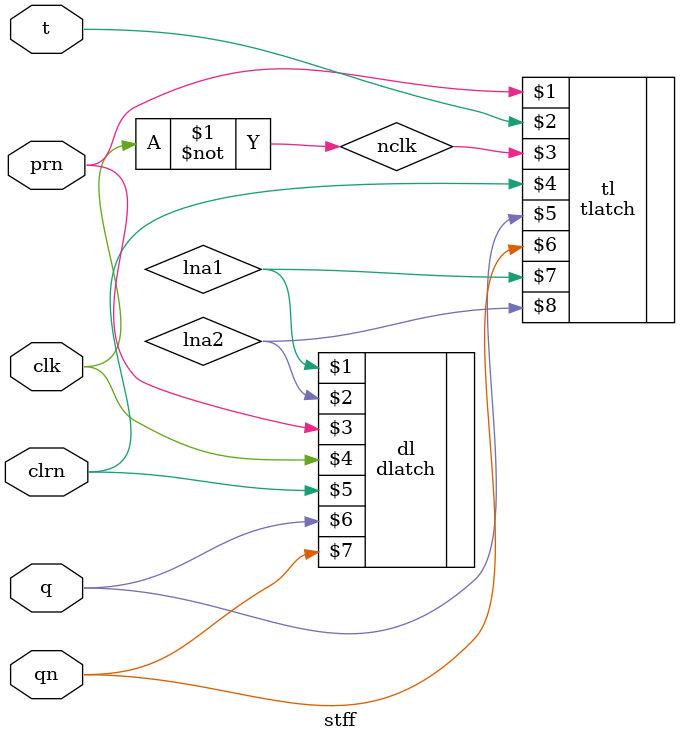
<source format=v>
module stff(prn, t, clk, clrn, q, qn);
	input prn, t, clk, clrn;
	wire lna1, lna2;
	wire nclk;
	inout q, qn;
	not not_clk(nclk, clk);
	tlatch tl(prn, t, nclk, clrn, q, qn,  lna1, lna2);
	dlatch dl(lna1, lna2, prn, clk, clrn, q, qn);
endmodule

</source>
